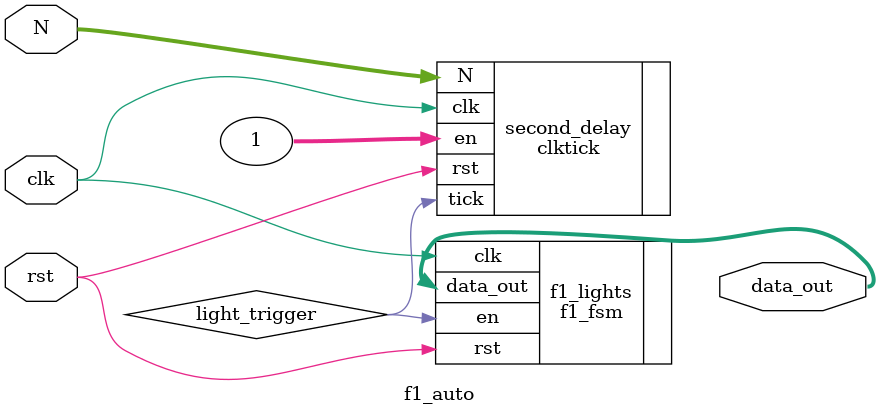
<source format=sv>
module f1_auto (
    input           clk,
    input           rst,
    input   [15:0]  N,
    output  [7:0]   data_out
);
    logic light_trigger;

    clktick second_delay (
        .N(N),
        .en(1),
        .rst(rst),
        .clk(clk),
        .tick(light_trigger)
    );

    f1_fsm f1_lights (
        .rst(rst),
        .en(light_trigger),
        .clk(clk),
        .data_out(data_out)
    );

endmodule


</source>
